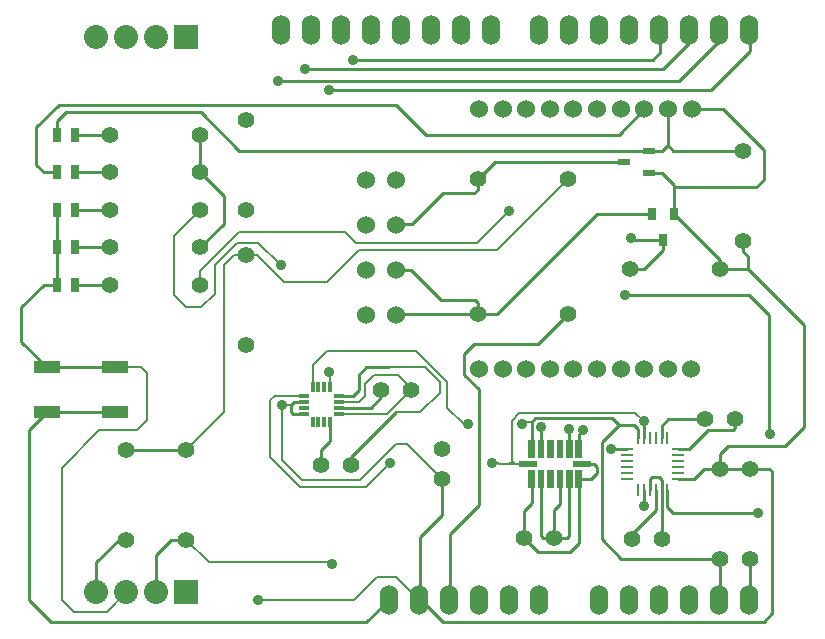
<source format=gtl>
G04 (created by PCBNEW (2013-07-07 BZR 4022)-stable) date 1/23/2017 8:00:42 PM*
%MOIN*%
G04 Gerber Fmt 3.4, Leading zero omitted, Abs format*
%FSLAX34Y34*%
G01*
G70*
G90*
G04 APERTURE LIST*
%ADD10C,0.00590551*%
%ADD11C,0.055*%
%ADD12R,0.035X0.013*%
%ADD13R,0.013X0.035*%
%ADD14R,0.08X0.08*%
%ADD15C,0.08*%
%ADD16R,0.0394X0.0236*%
%ADD17R,0.025X0.045*%
%ADD18R,0.0315X0.0394*%
%ADD19O,0.06X0.1*%
%ADD20R,0.0394X0.0098*%
%ADD21R,0.0098X0.0394*%
%ADD22R,0.0905X0.0432*%
%ADD23R,0.0905X0.0433*%
%ADD24C,0.06*%
%ADD25C,0.035*%
%ADD26C,0.008*%
%ADD27C,0.01*%
G04 APERTURE END LIST*
G54D10*
G54D11*
X56000Y-41000D03*
X57000Y-41000D03*
X54000Y-43500D03*
X55000Y-43500D03*
G54D12*
X53440Y-41400D03*
X53440Y-41200D03*
X53440Y-41600D03*
X53440Y-41800D03*
X54580Y-41400D03*
X54580Y-41200D03*
X54580Y-41600D03*
X54580Y-41800D03*
G54D13*
X53900Y-42080D03*
X54100Y-42080D03*
X54280Y-42080D03*
X53720Y-42080D03*
X54280Y-40900D03*
X54100Y-40900D03*
X53900Y-40900D03*
X53720Y-40900D03*
G54D14*
X49500Y-29250D03*
G54D15*
X48500Y-29250D03*
X47500Y-29250D03*
X46500Y-29250D03*
G54D14*
X49500Y-47750D03*
G54D15*
X48500Y-47750D03*
X47500Y-47750D03*
X46500Y-47750D03*
G54D16*
X64941Y-33775D03*
X64109Y-33400D03*
X64941Y-33025D03*
G54D11*
X49975Y-36250D03*
X46975Y-36250D03*
X51500Y-36500D03*
X51500Y-39500D03*
X51500Y-32000D03*
X51500Y-35000D03*
X47500Y-46000D03*
X47500Y-43000D03*
X49500Y-43000D03*
X49500Y-46000D03*
X62225Y-33975D03*
X59225Y-33975D03*
X68075Y-36025D03*
X68075Y-33025D03*
X62225Y-38475D03*
X59225Y-38475D03*
X67300Y-36975D03*
X64300Y-36975D03*
X49975Y-37500D03*
X46975Y-37500D03*
X49975Y-35000D03*
X46975Y-35000D03*
X49975Y-33750D03*
X46975Y-33750D03*
X49975Y-32500D03*
X46975Y-32500D03*
X67300Y-43625D03*
X67300Y-46625D03*
X68300Y-43625D03*
X68300Y-46625D03*
X64350Y-45975D03*
X65350Y-45975D03*
X66800Y-41975D03*
X67800Y-41975D03*
X58025Y-43975D03*
X58025Y-42975D03*
X60775Y-45950D03*
X61775Y-45950D03*
G54D17*
X45800Y-35000D03*
X45200Y-35000D03*
X45800Y-33750D03*
X45200Y-33750D03*
X45800Y-32500D03*
X45200Y-32500D03*
X45800Y-37500D03*
X45200Y-37500D03*
X45800Y-36250D03*
X45200Y-36250D03*
G54D18*
X65400Y-36008D03*
X65025Y-35142D03*
X65775Y-35142D03*
G54D10*
G36*
X61189Y-43583D02*
X60598Y-43583D01*
X60598Y-43366D01*
X61189Y-43366D01*
X61189Y-43583D01*
X61189Y-43583D01*
G37*
G36*
X63001Y-43583D02*
X62410Y-43583D01*
X62410Y-43366D01*
X63001Y-43366D01*
X63001Y-43583D01*
X63001Y-43583D01*
G37*
G36*
X61121Y-43691D02*
X61121Y-44282D01*
X60904Y-44282D01*
X60904Y-43691D01*
X61121Y-43691D01*
X61121Y-43691D01*
G37*
G36*
X61436Y-43691D02*
X61436Y-44282D01*
X61219Y-44282D01*
X61219Y-43691D01*
X61436Y-43691D01*
X61436Y-43691D01*
G37*
G36*
X61751Y-43691D02*
X61751Y-44282D01*
X61534Y-44282D01*
X61534Y-43691D01*
X61751Y-43691D01*
X61751Y-43691D01*
G37*
G36*
X62065Y-43691D02*
X62065Y-44282D01*
X61848Y-44282D01*
X61848Y-43691D01*
X62065Y-43691D01*
X62065Y-43691D01*
G37*
G36*
X62380Y-43691D02*
X62380Y-44282D01*
X62163Y-44282D01*
X62163Y-43691D01*
X62380Y-43691D01*
X62380Y-43691D01*
G37*
G36*
X62695Y-43691D02*
X62695Y-44282D01*
X62478Y-44282D01*
X62478Y-43691D01*
X62695Y-43691D01*
X62695Y-43691D01*
G37*
G36*
X62695Y-42667D02*
X62695Y-43258D01*
X62478Y-43258D01*
X62478Y-42667D01*
X62695Y-42667D01*
X62695Y-42667D01*
G37*
G36*
X62380Y-42667D02*
X62380Y-43258D01*
X62163Y-43258D01*
X62163Y-42667D01*
X62380Y-42667D01*
X62380Y-42667D01*
G37*
G36*
X62065Y-42667D02*
X62065Y-43258D01*
X61848Y-43258D01*
X61848Y-42667D01*
X62065Y-42667D01*
X62065Y-42667D01*
G37*
G36*
X61751Y-42667D02*
X61751Y-43258D01*
X61534Y-43258D01*
X61534Y-42667D01*
X61751Y-42667D01*
X61751Y-42667D01*
G37*
G36*
X61436Y-42667D02*
X61436Y-43258D01*
X61219Y-43258D01*
X61219Y-42667D01*
X61436Y-42667D01*
X61436Y-42667D01*
G37*
G36*
X61121Y-42667D02*
X61121Y-43258D01*
X60904Y-43258D01*
X60904Y-42667D01*
X61121Y-42667D01*
X61121Y-42667D01*
G37*
G54D19*
X68250Y-48000D03*
X67250Y-48000D03*
X66250Y-48000D03*
X63250Y-48000D03*
X64250Y-48000D03*
X65250Y-48000D03*
X61250Y-48000D03*
X60250Y-48000D03*
X59250Y-48000D03*
X57250Y-48000D03*
X56250Y-48000D03*
X68250Y-29000D03*
X67250Y-29000D03*
X66250Y-29000D03*
X65250Y-29000D03*
X64250Y-29000D03*
X63250Y-29000D03*
X62250Y-29000D03*
X61250Y-29000D03*
X59650Y-29000D03*
X58650Y-29000D03*
X57650Y-29000D03*
X56650Y-29000D03*
X55650Y-29000D03*
X54650Y-29000D03*
X53650Y-29000D03*
X52650Y-29000D03*
X58250Y-48000D03*
G54D20*
X64204Y-43770D03*
X64204Y-43377D03*
X64204Y-43573D03*
X64204Y-43967D03*
X64204Y-43180D03*
X64204Y-42983D03*
G54D21*
X64558Y-42619D03*
X64755Y-42619D03*
X64952Y-42619D03*
X65345Y-42619D03*
X65148Y-42619D03*
X65542Y-42619D03*
G54D20*
X65896Y-42983D03*
X65896Y-43180D03*
X65896Y-43967D03*
X65896Y-43573D03*
X65896Y-43377D03*
X65896Y-43770D03*
G54D21*
X65542Y-44331D03*
X65148Y-44331D03*
X65345Y-44331D03*
X64952Y-44331D03*
X64755Y-44331D03*
X64558Y-44331D03*
G54D22*
X47142Y-41747D03*
X44858Y-41747D03*
X44858Y-40253D03*
G54D23*
X47142Y-40252D03*
G54D24*
X55500Y-38500D03*
X56500Y-38500D03*
X55500Y-37000D03*
X56500Y-37000D03*
X55500Y-35500D03*
X56500Y-35500D03*
X55500Y-34000D03*
X56500Y-34000D03*
X65555Y-31645D03*
X64768Y-31645D03*
X63981Y-31645D03*
X63193Y-31645D03*
X62407Y-31645D03*
X61619Y-31645D03*
X60832Y-31645D03*
X60045Y-31645D03*
X59257Y-31645D03*
X59257Y-40305D03*
X60045Y-40305D03*
X60832Y-40305D03*
X61619Y-40305D03*
X62407Y-40305D03*
X63193Y-40305D03*
X63981Y-40305D03*
X64768Y-40305D03*
X65555Y-40305D03*
X66343Y-40305D03*
X66350Y-31650D03*
G54D25*
X51900Y-48000D03*
X54250Y-40400D03*
X52700Y-41500D03*
X64750Y-44875D03*
X64325Y-35950D03*
X52650Y-36850D03*
X53450Y-30300D03*
X55050Y-30000D03*
X63675Y-42975D03*
X61325Y-42225D03*
X64125Y-37825D03*
X68950Y-42475D03*
X68575Y-45100D03*
X62725Y-42325D03*
X62250Y-42300D03*
X60250Y-35050D03*
X56300Y-43450D03*
X59700Y-43450D03*
X64750Y-42050D03*
X60700Y-42150D03*
X58900Y-42150D03*
X54350Y-46800D03*
X52575Y-30700D03*
X54250Y-31000D03*
G54D26*
X56500Y-47250D02*
X57250Y-48000D01*
X55850Y-47250D02*
X56500Y-47250D01*
X55100Y-48000D02*
X55850Y-47250D01*
X51900Y-48000D02*
X55100Y-48000D01*
X52700Y-41500D02*
X52700Y-43350D01*
X56850Y-42800D02*
X58025Y-43975D01*
X56500Y-42800D02*
X56850Y-42800D01*
X55300Y-44000D02*
X56500Y-42800D01*
X53350Y-44000D02*
X55300Y-44000D01*
X52700Y-43350D02*
X53350Y-44000D01*
X53000Y-41500D02*
X52900Y-41500D01*
X54280Y-40430D02*
X54280Y-40900D01*
X54250Y-40400D02*
X54280Y-40430D01*
X52900Y-41500D02*
X52700Y-41500D01*
G54D27*
X49975Y-32500D02*
X49975Y-33750D01*
X49975Y-33750D02*
X50750Y-34525D01*
X50750Y-34525D02*
X50750Y-35475D01*
X50750Y-35475D02*
X49975Y-36250D01*
X53440Y-41800D02*
X53050Y-41800D01*
X53100Y-41400D02*
X53440Y-41400D01*
X53000Y-41500D02*
X53100Y-41400D01*
X53000Y-41750D02*
X53000Y-41500D01*
X53050Y-41800D02*
X53000Y-41750D01*
X66350Y-31650D02*
X67400Y-31650D01*
X68500Y-34250D02*
X65775Y-34250D01*
X68750Y-34000D02*
X68500Y-34250D01*
X68750Y-33000D02*
X68750Y-34000D01*
X67400Y-31650D02*
X68750Y-33000D01*
X65896Y-43967D02*
X66433Y-43967D01*
X66775Y-43625D02*
X67300Y-43625D01*
X66433Y-43967D02*
X66775Y-43625D01*
X62587Y-43987D02*
X62587Y-46113D01*
X61225Y-46400D02*
X60775Y-45950D01*
X62300Y-46400D02*
X61225Y-46400D01*
X62587Y-46113D02*
X62300Y-46400D01*
X62587Y-43987D02*
X62988Y-43987D01*
X63100Y-43475D02*
X62706Y-43475D01*
X63200Y-43575D02*
X63100Y-43475D01*
X63200Y-43775D02*
X63200Y-43575D01*
X62988Y-43987D02*
X63200Y-43775D01*
X68075Y-36025D02*
X68075Y-36400D01*
X68225Y-36550D02*
X68225Y-36975D01*
X68075Y-36400D02*
X68225Y-36550D01*
X64941Y-33775D02*
X65375Y-33775D01*
X65775Y-34175D02*
X65775Y-34250D01*
X65775Y-34250D02*
X65775Y-35142D01*
X65375Y-33775D02*
X65775Y-34175D01*
X65775Y-35142D02*
X67300Y-36667D01*
X67300Y-36667D02*
X67300Y-36975D01*
X67300Y-36975D02*
X68225Y-36975D01*
X67300Y-43125D02*
X67300Y-43625D01*
X67550Y-42875D02*
X67300Y-43125D01*
X69475Y-42875D02*
X67550Y-42875D01*
X70100Y-42250D02*
X69475Y-42875D01*
X70100Y-38850D02*
X70100Y-42250D01*
X68225Y-36975D02*
X70100Y-38850D01*
X64755Y-44331D02*
X64755Y-44870D01*
X64755Y-44870D02*
X64750Y-44875D01*
X68300Y-43625D02*
X68925Y-43625D01*
X57300Y-45900D02*
X57300Y-47975D01*
X58025Y-45175D02*
X57300Y-45900D01*
X58025Y-43975D02*
X58025Y-45175D01*
X68987Y-43687D02*
X69025Y-43725D01*
X68925Y-43625D02*
X68987Y-43687D01*
X69025Y-43725D02*
X69025Y-48450D01*
X69025Y-48450D02*
X68750Y-48725D01*
X68750Y-48725D02*
X58050Y-48725D01*
X58050Y-48725D02*
X57300Y-47975D01*
X67300Y-43625D02*
X68300Y-43625D01*
X60775Y-45950D02*
X60775Y-45025D01*
X60775Y-45025D02*
X61013Y-44787D01*
X61013Y-44787D02*
X61013Y-43987D01*
G54D26*
X51500Y-36500D02*
X51850Y-36500D01*
X59850Y-36350D02*
X62225Y-33975D01*
X55250Y-36350D02*
X59850Y-36350D01*
X54200Y-37400D02*
X55250Y-36350D01*
X52750Y-37400D02*
X54200Y-37400D01*
X51850Y-36500D02*
X52750Y-37400D01*
X51500Y-36500D02*
X51100Y-36500D01*
X50750Y-41750D02*
X49500Y-43000D01*
X50750Y-36850D02*
X50750Y-41750D01*
X51100Y-36500D02*
X50750Y-36850D01*
G54D27*
X47500Y-43000D02*
X49500Y-43000D01*
X58300Y-47975D02*
X58300Y-45800D01*
X61225Y-39475D02*
X62225Y-38475D01*
X59100Y-39475D02*
X61225Y-39475D01*
X58775Y-39800D02*
X59100Y-39475D01*
X58775Y-40500D02*
X58775Y-39800D01*
X59250Y-40975D02*
X58775Y-40500D01*
X59250Y-44850D02*
X59250Y-40975D01*
X58300Y-45800D02*
X59250Y-44850D01*
X45200Y-33750D02*
X44750Y-33750D01*
X63913Y-32500D02*
X64768Y-31645D01*
X57500Y-32500D02*
X63913Y-32500D01*
X56500Y-31500D02*
X57500Y-32500D01*
X45250Y-31500D02*
X56500Y-31500D01*
X44500Y-32250D02*
X45250Y-31500D01*
X44500Y-33500D02*
X44500Y-32250D01*
X44750Y-33750D02*
X44500Y-33500D01*
X65400Y-36008D02*
X65400Y-36350D01*
X64775Y-36975D02*
X64300Y-36975D01*
X65400Y-36350D02*
X64775Y-36975D01*
X64383Y-36008D02*
X65400Y-36008D01*
X64325Y-35950D02*
X64383Y-36008D01*
X65400Y-36008D02*
X65267Y-36008D01*
G54D26*
X49100Y-35875D02*
X49975Y-35000D01*
X49100Y-37850D02*
X49100Y-35875D01*
X49500Y-38250D02*
X49100Y-37850D01*
X50000Y-38250D02*
X49500Y-38250D01*
X50450Y-37800D02*
X50000Y-38250D01*
X50450Y-36850D02*
X50450Y-37800D01*
X51200Y-36100D02*
X50450Y-36850D01*
X51300Y-36100D02*
X51200Y-36100D01*
X51900Y-36100D02*
X51300Y-36100D01*
X52650Y-36850D02*
X51900Y-36100D01*
G54D27*
X64941Y-33025D02*
X51275Y-33025D01*
X45200Y-32050D02*
X45200Y-32500D01*
X45500Y-31750D02*
X45200Y-32050D01*
X50000Y-31750D02*
X45500Y-31750D01*
X51275Y-33025D02*
X50000Y-31750D01*
X68075Y-33025D02*
X65735Y-33025D01*
X65735Y-33025D02*
X65555Y-32845D01*
X64941Y-33025D02*
X65375Y-33025D01*
X65555Y-32845D02*
X65555Y-31645D01*
X65375Y-33025D02*
X65555Y-32845D01*
X66250Y-29000D02*
X66250Y-29450D01*
X65400Y-30300D02*
X53450Y-30300D01*
X66250Y-29450D02*
X65400Y-30300D01*
X65300Y-29750D02*
X65050Y-30000D01*
X65050Y-30000D02*
X55050Y-30000D01*
X65300Y-28975D02*
X65300Y-29750D01*
G54D26*
X54580Y-41800D02*
X56200Y-41800D01*
X56200Y-41800D02*
X57000Y-41000D01*
X55350Y-41300D02*
X55450Y-41200D01*
X55250Y-41400D02*
X55350Y-41300D01*
X54580Y-41400D02*
X55250Y-41400D01*
X57000Y-40950D02*
X57000Y-41000D01*
X56550Y-40500D02*
X57000Y-40950D01*
X55750Y-40500D02*
X56550Y-40500D01*
X55450Y-40800D02*
X55750Y-40500D01*
X55450Y-41200D02*
X55450Y-40800D01*
X47142Y-40252D02*
X48002Y-40252D01*
X46850Y-48400D02*
X47500Y-47750D01*
X45750Y-48400D02*
X46850Y-48400D01*
X45350Y-48000D02*
X45750Y-48400D01*
X45350Y-43600D02*
X45350Y-48000D01*
X46600Y-42350D02*
X45350Y-43600D01*
X47850Y-42350D02*
X46600Y-42350D01*
X48200Y-42000D02*
X47850Y-42350D01*
X48200Y-40450D02*
X48200Y-42000D01*
X48002Y-40252D02*
X48200Y-40450D01*
G54D27*
X44858Y-40253D02*
X47141Y-40253D01*
X47141Y-40253D02*
X47142Y-40252D01*
X45200Y-37500D02*
X44750Y-37500D01*
X44000Y-39395D02*
X44858Y-40253D01*
X44000Y-38250D02*
X44000Y-39395D01*
X44750Y-37500D02*
X44000Y-38250D01*
X45200Y-37500D02*
X45200Y-36250D01*
X45200Y-35000D02*
X45200Y-36250D01*
X64952Y-44331D02*
X64952Y-43973D01*
X65345Y-43995D02*
X65345Y-44331D01*
X65250Y-43900D02*
X65345Y-43995D01*
X65025Y-43900D02*
X65250Y-43900D01*
X64952Y-43973D02*
X65025Y-43900D01*
X65896Y-42983D02*
X66267Y-42983D01*
X67800Y-42275D02*
X67800Y-41975D01*
X67725Y-42350D02*
X67800Y-42275D01*
X66900Y-42350D02*
X67725Y-42350D01*
X66267Y-42983D02*
X66900Y-42350D01*
X64204Y-42983D02*
X63683Y-42983D01*
X61328Y-42963D02*
X61328Y-42228D01*
X61328Y-42228D02*
X61325Y-42225D01*
X65345Y-44331D02*
X65345Y-45970D01*
X65345Y-45970D02*
X65350Y-45975D01*
X62272Y-43987D02*
X62272Y-45878D01*
X62200Y-45950D02*
X61775Y-45950D01*
X62272Y-45878D02*
X62200Y-45950D01*
X61328Y-43987D02*
X61328Y-45878D01*
X61400Y-45950D02*
X61775Y-45950D01*
X61328Y-45878D02*
X61400Y-45950D01*
X61775Y-45950D02*
X61775Y-45000D01*
X61957Y-44818D02*
X61957Y-43987D01*
X61775Y-45000D02*
X61957Y-44818D01*
X59125Y-38000D02*
X58000Y-38000D01*
X59125Y-38000D02*
X59225Y-38100D01*
X59225Y-38475D02*
X59225Y-38100D01*
X57000Y-37000D02*
X56500Y-37000D01*
X58000Y-38000D02*
X57000Y-37000D01*
X65025Y-35142D02*
X63208Y-35142D01*
X59875Y-38475D02*
X59225Y-38475D01*
X63208Y-35142D02*
X59875Y-38475D01*
X56550Y-38475D02*
X59225Y-38475D01*
X65542Y-44331D02*
X65542Y-44917D01*
X68250Y-37825D02*
X64125Y-37825D01*
X68925Y-38500D02*
X68250Y-37825D01*
X68925Y-42450D02*
X68925Y-38500D01*
X68950Y-42475D02*
X68925Y-42450D01*
X65725Y-45100D02*
X68575Y-45100D01*
X65542Y-44917D02*
X65725Y-45100D01*
X62587Y-42963D02*
X62587Y-42463D01*
X62587Y-42463D02*
X62725Y-42325D01*
X62272Y-42322D02*
X62272Y-42963D01*
X62250Y-42300D02*
X62272Y-42322D01*
X66800Y-41975D02*
X65575Y-41975D01*
X65345Y-42205D02*
X65345Y-42619D01*
X65575Y-41975D02*
X65345Y-42205D01*
X64350Y-45975D02*
X64350Y-45800D01*
X65148Y-45002D02*
X65148Y-44331D01*
X64350Y-45800D02*
X65148Y-45002D01*
X47500Y-46000D02*
X47250Y-46000D01*
X46500Y-46750D02*
X46500Y-47750D01*
X47250Y-46000D02*
X46500Y-46750D01*
X56000Y-41000D02*
X56000Y-41250D01*
X55650Y-41600D02*
X54580Y-41600D01*
X56000Y-41250D02*
X55650Y-41600D01*
G54D26*
X56250Y-40250D02*
X57450Y-40250D01*
G54D27*
X55000Y-43250D02*
X56500Y-41750D01*
X56250Y-40250D02*
X55500Y-40250D01*
X55500Y-40250D02*
X55250Y-40500D01*
X55250Y-40500D02*
X55250Y-41000D01*
X55250Y-41000D02*
X55050Y-41200D01*
X54580Y-41200D02*
X55050Y-41200D01*
X55000Y-43250D02*
X55000Y-43500D01*
G54D26*
X57300Y-41750D02*
X56500Y-41750D01*
X57950Y-41100D02*
X57300Y-41750D01*
X57950Y-40750D02*
X57950Y-41100D01*
X57450Y-40250D02*
X57950Y-40750D01*
G54D27*
X54000Y-43500D02*
X54000Y-43000D01*
X54280Y-42720D02*
X54280Y-42080D01*
X54000Y-43000D02*
X54280Y-42720D01*
X47142Y-41747D02*
X44858Y-41747D01*
X44858Y-41747D02*
X44250Y-42355D01*
X44250Y-42355D02*
X44250Y-48000D01*
X44250Y-48000D02*
X45000Y-48750D01*
X45000Y-48750D02*
X55500Y-48750D01*
X55500Y-48750D02*
X56250Y-48000D01*
X46975Y-37500D02*
X45775Y-37500D01*
X46975Y-36250D02*
X45775Y-36250D01*
X46975Y-35000D02*
X45775Y-35000D01*
X46975Y-33750D02*
X45775Y-33750D01*
X46975Y-32500D02*
X45775Y-32500D01*
X64109Y-33400D02*
X59800Y-33400D01*
X59800Y-33400D02*
X59225Y-33975D01*
X56550Y-35475D02*
X57025Y-35475D01*
X59225Y-34325D02*
X59225Y-33975D01*
X59100Y-34450D02*
X59225Y-34325D01*
X58050Y-34450D02*
X59100Y-34450D01*
X57025Y-35475D02*
X58050Y-34450D01*
G54D26*
X49975Y-37500D02*
X49975Y-37025D01*
X59200Y-36100D02*
X60250Y-35050D01*
X55150Y-36100D02*
X59200Y-36100D01*
X54800Y-35750D02*
X55150Y-36100D01*
X51250Y-35750D02*
X54800Y-35750D01*
X49975Y-37025D02*
X51250Y-35750D01*
X60350Y-43375D02*
X60350Y-43400D01*
X60350Y-43400D02*
X60275Y-43475D01*
X59700Y-43450D02*
X59900Y-43450D01*
X59900Y-43450D02*
X59925Y-43475D01*
X59925Y-43475D02*
X60275Y-43475D01*
X52450Y-41200D02*
X52300Y-41350D01*
X52300Y-41350D02*
X52300Y-43250D01*
X52300Y-43250D02*
X53300Y-44250D01*
X53300Y-44250D02*
X55500Y-44250D01*
X55500Y-44250D02*
X56300Y-43450D01*
X53440Y-41200D02*
X52450Y-41200D01*
X60275Y-43475D02*
X60450Y-43475D01*
X60894Y-43475D02*
X60450Y-43475D01*
X60350Y-43350D02*
X60350Y-42025D01*
X60350Y-42025D02*
X60600Y-41775D01*
X60600Y-41775D02*
X64475Y-41775D01*
X64475Y-41775D02*
X64750Y-42050D01*
X60350Y-43375D02*
X60350Y-43350D01*
X60450Y-43475D02*
X60350Y-43375D01*
G54D27*
X64755Y-42619D02*
X64755Y-42055D01*
X64755Y-42055D02*
X64750Y-42050D01*
X68300Y-46625D02*
X68300Y-47975D01*
G54D26*
X60700Y-42150D02*
X60750Y-42150D01*
X53720Y-40900D02*
X53720Y-40180D01*
X58750Y-42150D02*
X58900Y-42150D01*
X58200Y-41600D02*
X58750Y-42150D01*
X58200Y-40750D02*
X58200Y-41600D01*
X57150Y-39700D02*
X58200Y-40750D01*
X54200Y-39700D02*
X57150Y-39700D01*
X53720Y-40180D02*
X54200Y-39700D01*
X60838Y-42062D02*
X61013Y-42062D01*
X60750Y-42150D02*
X60838Y-42062D01*
G54D27*
X61013Y-42963D02*
X61013Y-42100D01*
X61013Y-42100D02*
X61013Y-42062D01*
X63700Y-41950D02*
X63925Y-42175D01*
X61125Y-41950D02*
X63700Y-41950D01*
X61013Y-42062D02*
X61125Y-41950D01*
X64558Y-42619D02*
X64558Y-42308D01*
X64000Y-46625D02*
X67300Y-46625D01*
X63350Y-45975D02*
X64000Y-46625D01*
X63350Y-42750D02*
X63350Y-45975D01*
X63925Y-42175D02*
X63350Y-42750D01*
X64425Y-42175D02*
X63925Y-42175D01*
X64558Y-42308D02*
X64425Y-42175D01*
X67300Y-46625D02*
X67300Y-47975D01*
G54D26*
X50250Y-46750D02*
X49500Y-46000D01*
X54300Y-46750D02*
X50250Y-46750D01*
X54350Y-46800D02*
X54300Y-46750D01*
G54D27*
X49500Y-46000D02*
X49000Y-46000D01*
X48500Y-46500D02*
X48500Y-47750D01*
X49000Y-46000D02*
X48500Y-46500D01*
X67300Y-29325D02*
X65925Y-30700D01*
X65925Y-30700D02*
X52575Y-30700D01*
X67300Y-29325D02*
X67300Y-28975D01*
X68300Y-28975D02*
X68300Y-29700D01*
X67000Y-31000D02*
X54250Y-31000D01*
X68300Y-29700D02*
X67000Y-31000D01*
M02*

</source>
